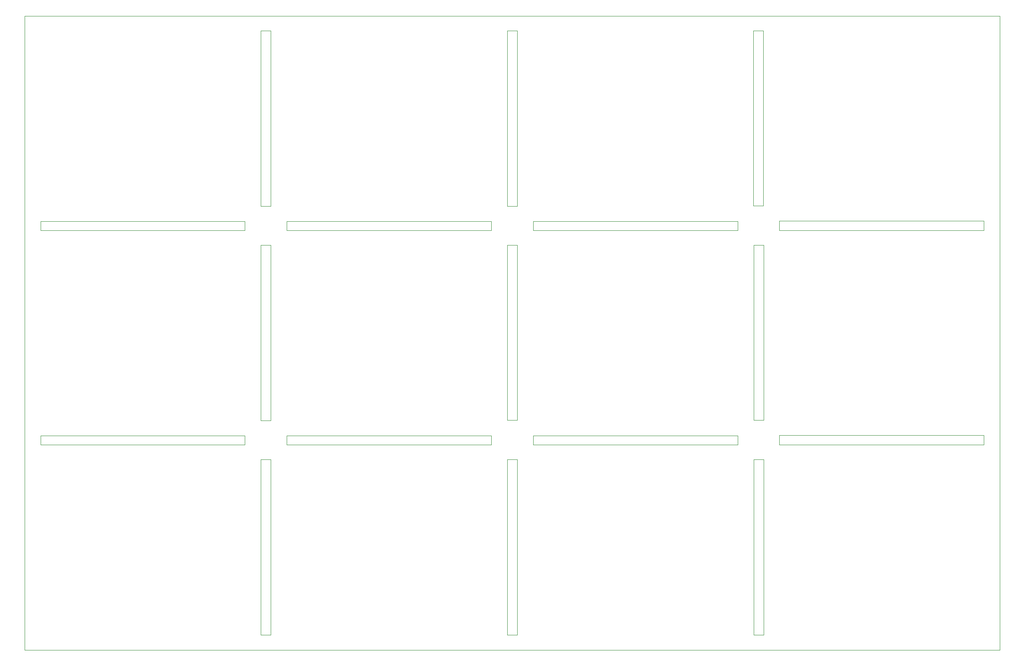
<source format=gbr>
%TF.GenerationSoftware,KiCad,Pcbnew,8.0.5*%
%TF.CreationDate,2024-10-20T11:29:55-04:00*%
%TF.ProjectId,power_glitcher_panel,706f7765-725f-4676-9c69-74636865725f,rev?*%
%TF.SameCoordinates,Original*%
%TF.FileFunction,Profile,NP*%
%FSLAX46Y46*%
G04 Gerber Fmt 4.6, Leading zero omitted, Abs format (unit mm)*
G04 Created by KiCad (PCBNEW 8.0.5) date 2024-10-20 11:29:55*
%MOMM*%
%LPD*%
G01*
G04 APERTURE LIST*
%TA.AperFunction,Profile*%
%ADD10C,0.050000*%
%TD*%
G04 APERTURE END LIST*
D10*
X203809200Y-102169000D02*
X243849200Y-102169000D01*
X243849200Y-103966200D01*
X203809200Y-103966200D01*
X203809200Y-102169000D01*
X203809200Y-60169000D02*
X243849200Y-60169000D01*
X243849200Y-61966200D01*
X203809200Y-61966200D01*
X203809200Y-60169000D01*
X56000000Y-19983400D02*
X246942600Y-19983400D01*
X246942600Y-144208200D01*
X56000000Y-144208200D01*
X56000000Y-19983400D01*
X102278800Y-106879100D02*
X104236000Y-106879100D01*
X104236000Y-141209100D01*
X102278800Y-141209100D01*
X102278800Y-106879100D01*
X198764800Y-106873700D02*
X200722000Y-106873700D01*
X200722000Y-141203700D01*
X198764800Y-141203700D01*
X198764800Y-106873700D01*
X155605400Y-102197400D02*
X195645400Y-102197400D01*
X195645400Y-103994600D01*
X155605400Y-103994600D01*
X155605400Y-102197400D01*
X150528800Y-106873700D02*
X152486000Y-106873700D01*
X152486000Y-141203700D01*
X150528800Y-141203700D01*
X150528800Y-106873700D01*
X107369400Y-102197400D02*
X147409400Y-102197400D01*
X147409400Y-103994600D01*
X107369400Y-103994600D01*
X107369400Y-102197400D01*
X59119400Y-102202800D02*
X99159400Y-102202800D01*
X99159400Y-104000000D01*
X59119400Y-104000000D01*
X59119400Y-102202800D01*
X102278800Y-64879100D02*
X104236000Y-64879100D01*
X104236000Y-99209100D01*
X102278800Y-99209100D01*
X102278800Y-64879100D01*
X198764800Y-64873700D02*
X200722000Y-64873700D01*
X200722000Y-99203700D01*
X198764800Y-99203700D01*
X198764800Y-64873700D01*
X155605400Y-60197400D02*
X195645400Y-60197400D01*
X195645400Y-61994600D01*
X155605400Y-61994600D01*
X155605400Y-60197400D01*
X150528800Y-64873700D02*
X152486000Y-64873700D01*
X152486000Y-99203700D01*
X150528800Y-99203700D01*
X150528800Y-64873700D01*
X107369400Y-60197400D02*
X147409400Y-60197400D01*
X147409400Y-61994600D01*
X107369400Y-61994600D01*
X107369400Y-60197400D01*
X59119400Y-60202800D02*
X99159400Y-60202800D01*
X99159400Y-62000000D01*
X59119400Y-62000000D01*
X59119400Y-60202800D01*
X150502800Y-22890900D02*
X152460000Y-22890900D01*
X152460000Y-57220900D01*
X150502800Y-57220900D01*
X150502800Y-22890900D01*
X102252800Y-22896300D02*
X104210000Y-22896300D01*
X104210000Y-57226300D01*
X102252800Y-57226300D01*
X102252800Y-22896300D01*
X198706600Y-22862500D02*
X200663800Y-22862500D01*
X200663800Y-57192500D01*
X198706600Y-57192500D01*
X198706600Y-22862500D01*
M02*

</source>
